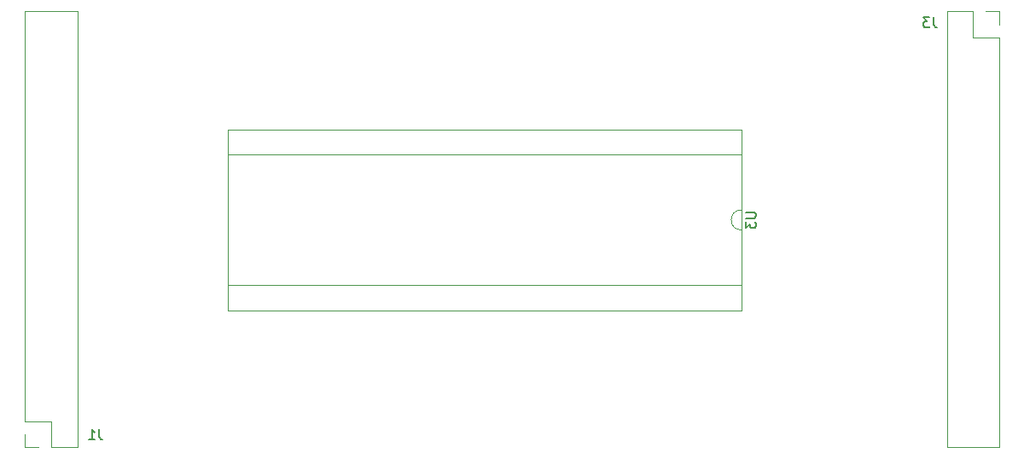
<source format=gbr>
%TF.GenerationSoftware,KiCad,Pcbnew,8.0.7-8.0.7-0~ubuntu22.04.1*%
%TF.CreationDate,2025-01-28T10:36:37+01:00*%
%TF.ProjectId,uPD7220_v1,75504437-3232-4305-9f76-312e6b696361,rev?*%
%TF.SameCoordinates,Original*%
%TF.FileFunction,Legend,Bot*%
%TF.FilePolarity,Positive*%
%FSLAX46Y46*%
G04 Gerber Fmt 4.6, Leading zero omitted, Abs format (unit mm)*
G04 Created by KiCad (PCBNEW 8.0.7-8.0.7-0~ubuntu22.04.1) date 2025-01-28 10:36:37*
%MOMM*%
%LPD*%
G01*
G04 APERTURE LIST*
%ADD10C,0.150000*%
%ADD11C,0.120000*%
G04 APERTURE END LIST*
D10*
X141811333Y-68288819D02*
X141811333Y-69003104D01*
X141811333Y-69003104D02*
X141858952Y-69145961D01*
X141858952Y-69145961D02*
X141954190Y-69241200D01*
X141954190Y-69241200D02*
X142097047Y-69288819D01*
X142097047Y-69288819D02*
X142192285Y-69288819D01*
X141430380Y-68288819D02*
X140811333Y-68288819D01*
X140811333Y-68288819D02*
X141144666Y-68669771D01*
X141144666Y-68669771D02*
X141001809Y-68669771D01*
X141001809Y-68669771D02*
X140906571Y-68717390D01*
X140906571Y-68717390D02*
X140858952Y-68765009D01*
X140858952Y-68765009D02*
X140811333Y-68860247D01*
X140811333Y-68860247D02*
X140811333Y-69098342D01*
X140811333Y-69098342D02*
X140858952Y-69193580D01*
X140858952Y-69193580D02*
X140906571Y-69241200D01*
X140906571Y-69241200D02*
X141001809Y-69288819D01*
X141001809Y-69288819D02*
X141287523Y-69288819D01*
X141287523Y-69288819D02*
X141382761Y-69241200D01*
X141382761Y-69241200D02*
X141430380Y-69193580D01*
X59007333Y-109182819D02*
X59007333Y-109897104D01*
X59007333Y-109897104D02*
X59054952Y-110039961D01*
X59054952Y-110039961D02*
X59150190Y-110135200D01*
X59150190Y-110135200D02*
X59293047Y-110182819D01*
X59293047Y-110182819D02*
X59388285Y-110182819D01*
X58007333Y-110182819D02*
X58578761Y-110182819D01*
X58293047Y-110182819D02*
X58293047Y-109182819D01*
X58293047Y-109182819D02*
X58388285Y-109325676D01*
X58388285Y-109325676D02*
X58483523Y-109420914D01*
X58483523Y-109420914D02*
X58578761Y-109468533D01*
X123196819Y-87630095D02*
X124006342Y-87630095D01*
X124006342Y-87630095D02*
X124101580Y-87677714D01*
X124101580Y-87677714D02*
X124149200Y-87725333D01*
X124149200Y-87725333D02*
X124196819Y-87820571D01*
X124196819Y-87820571D02*
X124196819Y-88011047D01*
X124196819Y-88011047D02*
X124149200Y-88106285D01*
X124149200Y-88106285D02*
X124101580Y-88153904D01*
X124101580Y-88153904D02*
X124006342Y-88201523D01*
X124006342Y-88201523D02*
X123196819Y-88201523D01*
X123196819Y-88582476D02*
X123196819Y-89201523D01*
X123196819Y-89201523D02*
X123577771Y-88868190D01*
X123577771Y-88868190D02*
X123577771Y-89011047D01*
X123577771Y-89011047D02*
X123625390Y-89106285D01*
X123625390Y-89106285D02*
X123673009Y-89153904D01*
X123673009Y-89153904D02*
X123768247Y-89201523D01*
X123768247Y-89201523D02*
X124006342Y-89201523D01*
X124006342Y-89201523D02*
X124101580Y-89153904D01*
X124101580Y-89153904D02*
X124149200Y-89106285D01*
X124149200Y-89106285D02*
X124196819Y-89011047D01*
X124196819Y-89011047D02*
X124196819Y-88725333D01*
X124196819Y-88725333D02*
X124149200Y-88630095D01*
X124149200Y-88630095D02*
X124101580Y-88582476D01*
D11*
%TO.C,J3*%
X143130000Y-67670000D02*
X145730000Y-67670000D01*
X143130000Y-110970000D02*
X143130000Y-67670000D01*
X143130000Y-110970000D02*
X148330000Y-110970000D01*
X145730000Y-67670000D02*
X145730000Y-70270000D01*
X145730000Y-70270000D02*
X148330000Y-70270000D01*
X147000000Y-67670000D02*
X148330000Y-67670000D01*
X148330000Y-67670000D02*
X148330000Y-69000000D01*
X148330000Y-110970000D02*
X148330000Y-70270000D01*
%TO.C,J1*%
X51670000Y-67670000D02*
X51670000Y-108370000D01*
X51670000Y-110970000D02*
X51670000Y-109640000D01*
X53000000Y-110970000D02*
X51670000Y-110970000D01*
X54270000Y-108370000D02*
X51670000Y-108370000D01*
X54270000Y-110970000D02*
X54270000Y-108370000D01*
X56870000Y-67670000D02*
X51670000Y-67670000D01*
X56870000Y-67670000D02*
X56870000Y-110970000D01*
X56870000Y-110970000D02*
X54270000Y-110970000D01*
%TO.C,U3*%
X71762000Y-97342000D02*
X122802000Y-97342000D01*
X71762000Y-79442000D02*
X71762000Y-97342000D01*
X71822000Y-94852000D02*
X122742000Y-94852000D01*
X71822000Y-81932000D02*
X71822000Y-94852000D01*
X122742000Y-94852000D02*
X122742000Y-89392000D01*
X122742000Y-87392000D02*
X122742000Y-81932000D01*
X122742000Y-81932000D02*
X71822000Y-81932000D01*
X122802000Y-97342000D02*
X122802000Y-79442000D01*
X122802000Y-79442000D02*
X71762000Y-79442000D01*
X122742000Y-89392000D02*
G75*
G02*
X122742000Y-87392000I0J1000000D01*
G01*
%TD*%
M02*

</source>
